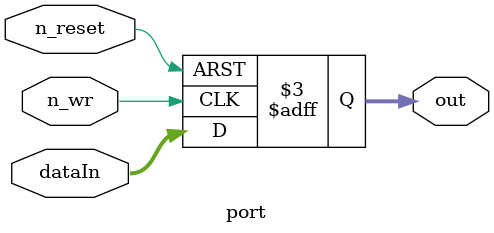
<source format=v>
module port
   (
      input            n_reset,
      input            n_wr,
      input [7:0]      dataIn,
      output reg [7:0] out
   );



   always @(negedge n_reset or posedge n_wr) begin
      if (n_reset == 1'b0) begin
         out <= 8'd0;
      end
      else begin
         out <= dataIn;
      end
   end



endmodule


</source>
